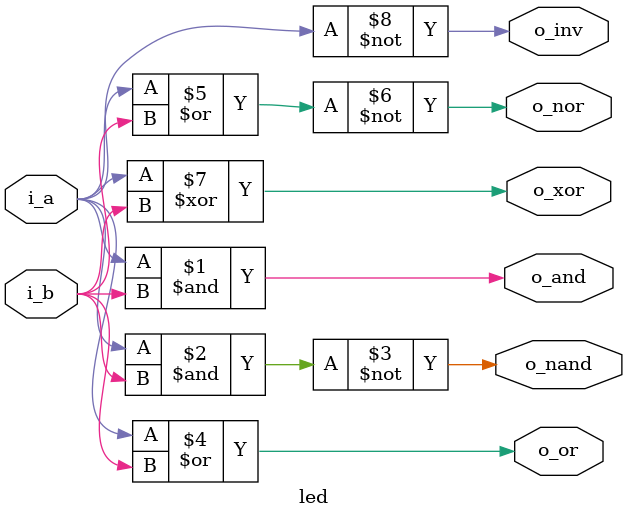
<source format=v>
module led(
    input i_a,
    input i_b,
    output o_and,
    output o_nand,
    output o_or,
    output o_nor,
    output o_xor,
    output o_inv
    );
    
assign  o_and   =   i_a & i_b;
assign  o_nand  =   ~(i_a & i_b);
assign  o_or    =   i_a | i_b;
assign  o_nor   =   ~(i_a | i_b);
assign  o_xor   =   i_a ^ i_b;
assign  o_inv   =   ~i_a;

endmodule
</source>
